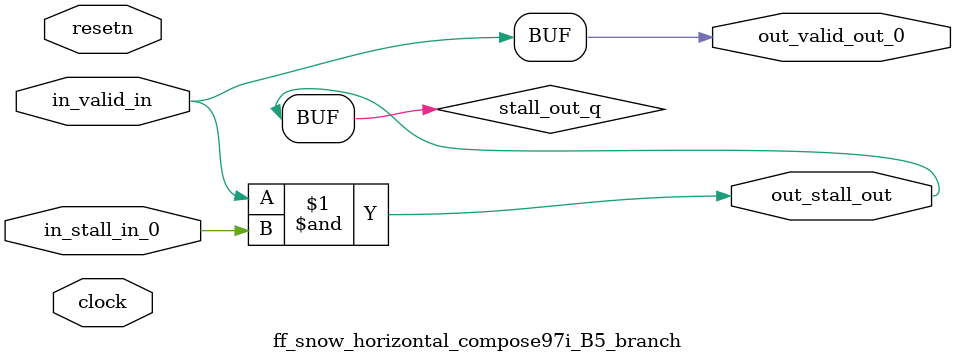
<source format=sv>



(* altera_attribute = "-name AUTO_SHIFT_REGISTER_RECOGNITION OFF; -name MESSAGE_DISABLE 10036; -name MESSAGE_DISABLE 10037; -name MESSAGE_DISABLE 14130; -name MESSAGE_DISABLE 14320; -name MESSAGE_DISABLE 15400; -name MESSAGE_DISABLE 14130; -name MESSAGE_DISABLE 10036; -name MESSAGE_DISABLE 12020; -name MESSAGE_DISABLE 12030; -name MESSAGE_DISABLE 12010; -name MESSAGE_DISABLE 12110; -name MESSAGE_DISABLE 14320; -name MESSAGE_DISABLE 13410; -name MESSAGE_DISABLE 113007; -name MESSAGE_DISABLE 10958" *)
module ff_snow_horizontal_compose97i_B5_branch (
    input wire [0:0] in_stall_in_0,
    input wire [0:0] in_valid_in,
    output wire [0:0] out_stall_out,
    output wire [0:0] out_valid_out_0,
    input wire clock,
    input wire resetn
    );

    wire [0:0] stall_out_q;


    // stall_out(LOGICAL,6)
    assign stall_out_q = in_valid_in & in_stall_in_0;

    // out_stall_out(GPOUT,4)
    assign out_stall_out = stall_out_q;

    // out_valid_out_0(GPOUT,5)
    assign out_valid_out_0 = in_valid_in;

endmodule

</source>
